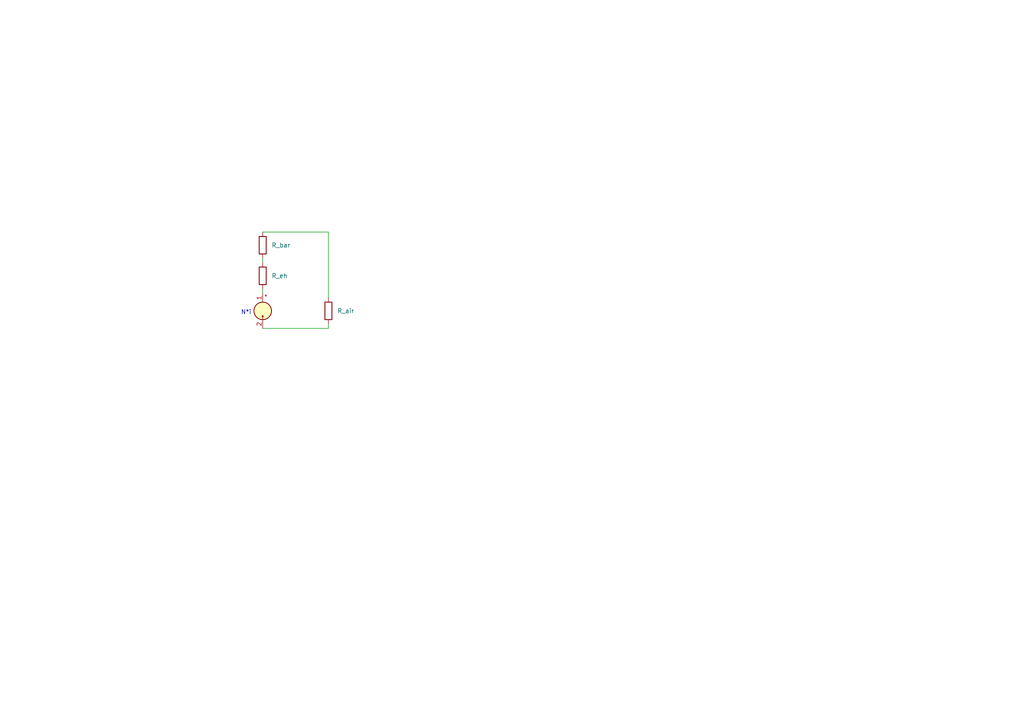
<source format=kicad_sch>
(kicad_sch (version 20230121) (generator eeschema)
  (paper "A4")
  (lib_symbols
    (symbol "Device:R" (pin_numbers hide) (pin_names (offset 0))
      (property "Reference" "R" (at 2.032 0 90))
      (property "Value" "R" (at 0 0 90))
      (symbol "R_0_1"
        (rectangle (start -1.016 -2.54) (end 1.016 2.54) (stroke (width 0.254)))
      )
      (symbol "R_1_1"
        (pin passive line (at 0 3.81 270) (length 1.27) (name "~") (number "1"))
        (pin passive line (at 0 -3.81 90) (length 1.27) (name "~") (number "2"))
      )
    )
    (symbol "Simulation_SPICE:BSOURCE" (pin_names (offset 1.016) hide)
      (property "Reference" "B" (at 2.54 2.54 0))
      (property "Value" "BSOURCE" (at 2.54 0 0))
      (property "Sim.Params" "v=1" (at 2.54 -2.54 0))
      (symbol "BSOURCE_0_1"
        (polyline (pts (xy 0 -1.27) (xy 0 -2.286)))
        (polyline (pts (xy 0.254 -1.778) (xy 0 -1.27) (xy -0.254 -1.778)))
        (circle (center 0 0) (radius 2.54) (stroke (width 0.254)) (fill (type background)))
      )
      (symbol "BSOURCE_1_1"
        (polyline (pts (xy 0.635 4.445) (xy 1.143 4.445)))
        (polyline (pts (xy 0.889 4.699) (xy 0.889 4.191)))
        (pin passive line (at 0 5.08 270) (length 2.54) (name "N+") (number "1"))
        (pin passive line (at 0 -5.08 90) (length 2.54) (name "N-") (number "2"))
      )
    )
  )
  (wire (pts (xy 76.2 95.25) (xy 95.25 95.25)))
  (wire (pts (xy 95.25 86.36) (xy 95.25 67.31)))
  (wire (pts (xy 76.2 83.82) (xy 76.2 85.09)))
  (wire (pts (xy 95.25 93.98) (xy 95.25 95.25)))
  (wire (pts (xy 95.25 67.31) (xy 76.2 67.31)))
  (wire (pts (xy 76.2 74.93) (xy 76.2 76.2)))
  (text "N*i" (at 69.85 91.44 0) (effects (font (size 1.27 1.27)) (justify left bottom)))
  (symbol (lib_id "Device:R") (at 76.2 71.12 0) (unit 1)
    (property "Reference" "R_bar" (at 78.74 71.12 0) (effects (justify left)))
    (property "Value" "R" (effects hide))
  )
  (symbol (lib_id "Simulation_SPICE:BSOURCE") (at 76.2 90.17 0) (unit 1)
    (property "Reference" "B1" (effects hide))
    (property "Value" "BSOURCE" (effects hide))
    (property "Datasheet" "https://ngspice.sourceforge.io/docs.html" (effects hide))
    (property "Sim.Device" "V" (effects hide))
    (property "Sim.Type" "=" (effects hide))
    (property "Sim.Pins" "1=+ 2=-" (effects hide))
    (property "Sim.Params" "v=1" (effects hide))
  )
  (symbol (lib_id "Device:R") (at 76.2 80.01 0) (unit 1)
    (property "Reference" "R_eh" (at 78.74 80.01 0) (effects (justify left)))
    (property "Value" "R" (effects hide))
  )
  (symbol (lib_id "Device:R") (at 95.25 90.17 0) (unit 1)
    (property "Reference" "R_air" (at 97.79 90.17 0) (effects (justify left)))
    (property "Value" "R" (effects hide))
  )
)
</source>
